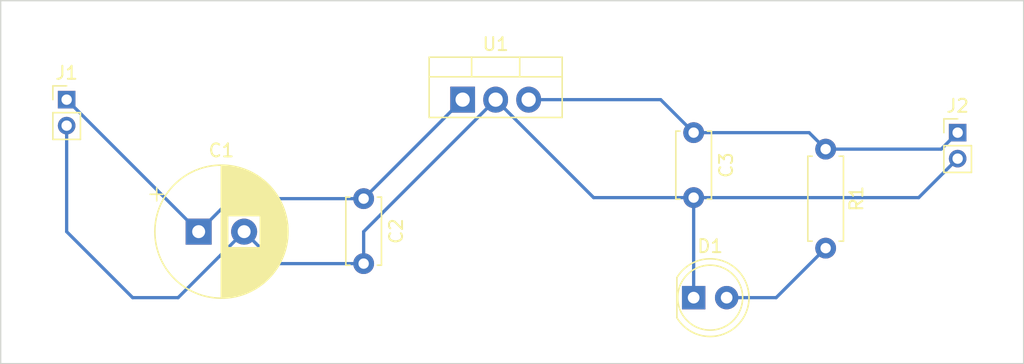
<source format=kicad_pcb>
(kicad_pcb (version 20211014) (generator pcbnew)
  (layers (0 "F.Cu" signal) (31 "B.Cu" signal) (34 "B.Paste" user) (35 "F.Paste" user) (36 "B.SilkS" user "B.Silkscreen") (37 "F.SilkS" user "F.Silkscreen") (38 "B.Mask" user) (39 "F.Mask" user) (44 "Edge.Cuts" user))
  (net 0 "")
  (net 1 "Net-(C1-Pad1)")
  (net 2 "GND")
  (net 3 "Net-(C3-Pad1)")
  (net 4 "Net-(D1-Pad2)")
  (footprint "Connector_PinHeader_2.00mm:PinHeader_1x02_P2.00mm_Vertical" (layer "F.Cu") (at 177.8 101.6)
    (fp_text reference "J2" (at 0 -2.06) (layer "F.SilkS"))
    (fp_text value "Vout")
    (fp_line (start -1.06 3.06) (end 1.06 3.06) (layer "F.SilkS") (width 0.12))
    (fp_line (start -1.06 1) (end 1.06 1) (layer "F.SilkS") (width 0.12))
    (fp_line (start -1.06 0) (end -1.06 -1.06) (layer "F.SilkS") (width 0.12))
    (fp_line (start 1.06 1) (end 1.06 3.06) (layer "F.SilkS") (width 0.12))
    (fp_line (start -1.06 1) (end -1.06 3.06) (layer "F.SilkS") (width 0.12))
    (fp_line (start -1.06 -1.06) (end 0 -1.06) (layer "F.SilkS") (width 0.12))
    (pad "1" thru_hole rect (at 0 0) (size 1.35 1.35) (drill 0.8) (layers *.Cu *.Mask) (net 3 "Net-(C3-Pad1)"))
    (pad "2" thru_hole oval (at 0 2) (size 1.35 1.35) (drill 0.8) (layers *.Cu *.Mask) (net 2 "GND"))
  )
  (footprint "Connector_PinHeader_2.00mm:PinHeader_1x02_P2.00mm_Vertical" (layer "F.Cu") (at 109.22 99.06)
    (fp_text reference "J1" (at 0 -2.06) (layer "F.SilkS"))
    (fp_text value "Vin")
    (fp_line (start -1.06 3.06) (end 1.06 3.06) (layer "F.SilkS") (width 0.12))
    (fp_line (start -1.06 0) (end -1.06 -1.06) (layer "F.SilkS") (width 0.12))
    (fp_line (start -1.06 1) (end 1.06 1) (layer "F.SilkS") (width 0.12))
    (fp_line (start 1.06 1) (end 1.06 3.06) (layer "F.SilkS") (width 0.12))
    (fp_line (start -1.06 1) (end -1.06 3.06) (layer "F.SilkS") (width 0.12))
    (fp_line (start -1.06 -1.06) (end 0 -1.06) (layer "F.SilkS") (width 0.12))
    (pad "1" thru_hole rect (at 0 0) (size 1.35 1.35) (drill 0.8) (layers *.Cu *.Mask) (net 1 "Net-(C1-Pad1)"))
    (pad "2" thru_hole oval (at 0 2) (size 1.35 1.35) (drill 0.8) (layers *.Cu *.Mask) (net 2 "GND"))
  )
  (footprint "Resistor_THT:R_Axial_DIN0207_L6.3mm_D2.5mm_P7.62mm_Horizontal" (layer "F.Cu") (at 167.64 102.87 -90)
    (fp_text reference "R1" (at 3.81 -2.37 90) (layer "F.SilkS"))
    (fp_text value "330")
    (fp_line (start 0.54 1.04) (end 0.54 1.37) (layer "F.SilkS") (width 0.12))
    (fp_line (start 0.54 -1.04) (end 0.54 -1.37) (layer "F.SilkS") (width 0.12))
    (fp_line (start 0.54 -1.37) (end 7.08 -1.37) (layer "F.SilkS") (width 0.12))
    (fp_line (start 7.08 -1.37) (end 7.08 -1.04) (layer "F.SilkS") (width 0.12))
    (fp_line (start 0.54 1.37) (end 7.08 1.37) (layer "F.SilkS") (width 0.12))
    (fp_line (start 7.08 1.37) (end 7.08 1.04) (layer "F.SilkS") (width 0.12))
    (pad "1" thru_hole circle (at 0 0 270) (size 1.6 1.6) (drill 0.8) (layers *.Cu *.Mask) (net 3 "Net-(C3-Pad1)"))
    (pad "2" thru_hole oval (at 7.62 0 270) (size 1.6 1.6) (drill 0.8) (layers *.Cu *.Mask) (net 4 "Net-(D1-Pad2)"))
  )
  (footprint "LED_THT:LED_D5.0mm_IRGrey" (layer "F.Cu") (at 157.48 114.3)
    (fp_text reference "D1" (at 1.27 -3.96) (layer "F.SilkS"))
    (fp_text value "LED")
    (fp_line (start -1.29 -1.545) (end -1.29 1.545) (layer "F.SilkS") (width 0.12))
    (fp_arc (start -1.29 -1.54483) (mid 2.072002 -2.880433) (end 4.26 0.000462) (layer "F.SilkS") (width 0.12))
    (fp_arc (start 4.26 -0.000462) (mid 2.072002 2.880433) (end -1.29 1.54483) (layer "F.SilkS") (width 0.12))
    (fp_circle (center 1.27 0) (end 3.77 0) (layer "F.SilkS") (width 0.12) (fill none))
    (pad "1" thru_hole rect (at 0 0) (size 1.8 1.8) (drill 0.9) (layers *.Cu *.Mask) (net 2 "GND"))
    (pad "2" thru_hole circle (at 2.54 0) (size 1.8 1.8) (drill 0.9) (layers *.Cu *.Mask) (net 4 "Net-(D1-Pad2)"))
  )
  (footprint "Capacitor_THT:CP_Radial_D10.0mm_P3.50mm" (layer "F.Cu") (at 119.38 109.22)
    (fp_text reference "C1" (at 1.75 -6.25) (layer "F.SilkS"))
    (fp_text value "100uF")
    (fp_line (start 2.19 -5.062) (end 2.19 5.062) (layer "F.SilkS") (width 0.12))
    (fp_line (start 2.07 -5.07) (end 2.07 5.07) (layer "F.SilkS") (width 0.12))
    (fp_line (start 5.391 -3.561) (end 5.391 3.561) (layer "F.SilkS") (width 0.12))
    (fp_line (start 2.471 1.241) (end 2.471 5.03) (layer "F.SilkS") (width 0.12))
    (fp_line (start 3.111 -4.897) (end 3.111 -1.241) (layer "F.SilkS") (width 0.12))
    (fp_line (start 4.111 -4.504) (end 4.111 -1.241) (layer "F.SilkS") (width 0.12))
    (fp_line (start 4.991 -3.925) (end 4.991 3.925) (layer "F.SilkS") (width 0.12))
    (fp_line (start 5.231 -3.716) (end 5.231 3.716) (layer "F.SilkS") (width 0.12))
    (fp_line (start 3.311 -4.837) (end 3.311 -1.241) (layer "F.SilkS") (width 0.12))
    (fp_line (start 3.231 1.241) (end 3.231 4.862) (layer "F.SilkS") (width 0.12))
    (fp_line (start 2.35 -5.045) (end 2.35 -1.241) (layer "F.SilkS") (width 0.12))
    (fp_line (start 5.751 -3.156) (end 5.751 3.156) (layer "F.SilkS") (width 0.12))
    (fp_line (start 3.471 -4.783) (end 3.471 -1.241) (layer "F.SilkS") (width 0.12))
    (fp_line (start 6.631 -1.51) (end 6.631 1.51) (layer "F.SilkS") (width 0.12))
    (fp_line (start 4.591 1.241) (end 4.591 4.221) (layer "F.SilkS") (width 0.12))
    (fp_line (start 5.671 -3.254) (end 5.671 3.254) (layer "F.SilkS") (width 0.12))
    (fp_line (start 2.23 -5.058) (end 2.23 5.058) (layer "F.SilkS") (width 0.12))
    (fp_line (start 5.951 -2.889) (end 5.951 2.889) (layer "F.SilkS") (width 0.12))
    (fp_line (start 6.311 -2.289) (end 6.311 2.289) (layer "F.SilkS") (width 0.12))
    (fp_line (start 4.671 1.241) (end 4.671 4.166) (layer "F.SilkS") (width 0.12))
    (fp_line (start 3.591 -4.738) (end 3.591 -1.241) (layer "F.SilkS") (width 0.12))
    (fp_line (start 2.35 1.241) (end 2.35 5.045) (layer "F.SilkS") (width 0.12))
    (fp_line (start 4.471 -4.298) (end 4.471 -1.241) (layer "F.SilkS") (width 0.12))
    (fp_line (start 4.271 1.241) (end 4.271 4.417) (layer "F.SilkS") (width 0.12))
    (fp_line (start 4.631 -4.194) (end 4.631 -1.241) (layer "F.SilkS") (width 0.12))
    (fp_line (start 6.391 -2.125) (end 6.391 2.125) (layer "F.SilkS") (width 0.12))
    (fp_line (start 3.951 1.241) (end 3.951 4.584) (layer "F.SilkS") (width 0.12))
    (fp_line (start 2.791 1.241) (end 2.791 4.974) (layer "F.SilkS") (width 0.12))
    (fp_line (start 3.551 -4.754) (end 3.551 -1.241) (layer "F.SilkS") (width 0.12))
    (fp_line (start 3.071 1.241) (end 3.071 4.907) (layer "F.SilkS") (width 0.12))
    (fp_line (start 3.671 1.241) (end 3.671 4.707) (layer "F.SilkS") (width 0.12))
    (fp_line (start 5.511 -3.436) (end 5.511 3.436) (layer "F.SilkS") (width 0.12))
    (fp_line (start 4.711 1.241) (end 4.711 4.138) (layer "F.SilkS") (width 0.12))
    (fp_line (start 3.751 -4.674) (end 3.751 -1.241) (layer "F.SilkS") (width 0.12))
    (fp_line (start 4.351 1.241) (end 4.351 4.371) (layer "F.SilkS") (width 0.12))
    (fp_line (start 6.111 -2.645) (end 6.111 2.645) (layer "F.SilkS") (width 0.12))
    (fp_line (start 4.791 -4.08) (end 4.791 4.08) (layer "F.SilkS") (width 0.12))
    (fp_line (start 3.031 -4.918) (end 3.031 -1.241) (layer "F.SilkS") (width 0.12))
    (fp_line (start 3.871 1.241) (end 3.871 4.621) (layer "F.SilkS") (width 0.12))
    (fp_line (start 4.191 1.241) (end 4.191 4.462) (layer "F.SilkS") (width 0.12))
    (fp_line (start 2.43 -5.035) (end 2.43 -1.241) (layer "F.SilkS") (width 0.12))
    (fp_line (start 5.911 -2.945) (end 5.911 2.945) (layer "F.SilkS") (width 0.12))
    (fp_line (start 4.151 1.241) (end 4.151 4.483) (layer "F.SilkS") (width 0.12))
    (fp_line (start 2.671 -4.997) (end 2.671 -1.241) (layer "F.SilkS") (width 0.12))
    (fp_line (start 2.03 -5.073) (end 2.03 5.073) (layer "F.SilkS") (width 0.12))
    (fp_line (start 4.071 -4.525) (end 4.071 -1.241) (layer "F.SilkS") (width 0.12))
    (fp_line (start 3.031 1.241) (end 3.031 4.918) (layer "F.SilkS") (width 0.12))
    (fp_line (start 3.391 1.241) (end 3.391 4.811) (layer "F.SilkS") (width 0.12))
    (fp_line (start 5.071 -3.858) (end 5.071 3.858) (layer "F.SilkS") (width 0.12))
    (fp_line (start 3.911 -4.603) (end 3.911 -1.241) (layer "F.SilkS") (width 0.12))
    (fp_line (start 1.91 -5.078) (end 1.91 5.078) (layer "F.SilkS") (width 0.12))
    (fp_line (start 4.591 -4.221) (end 4.591 -1.241) (layer "F.SilkS") (width 0.12))
    (fp_line (start 3.751 1.241) (end 3.751 4.674) (layer "F.SilkS") (width 0.12))
    (fp_line (start 3.711 -4.69) (end 3.711 -1.241) (layer "F.SilkS") (width 0.12))
    (fp_line (start 5.631 -3.301) (end 5.631 3.301) (layer "F.SilkS") (width 0.12))
    (fp_line (start 6.471 -1.944) (end 6.471 1.944) (layer "F.SilkS") (width 0.12))
    (fp_line (start 4.631 1.241) (end 4.631 4.194) (layer "F.SilkS") (width 0.12))
    (fp_line (start 2.711 -4.99) (end 2.711 -1.241) (layer "F.SilkS") (width 0.12))
    (fp_line (start 2.31 1.241) (end 2.31 5.05) (layer "F.SilkS") (width 0.12))
    (fp_line (start 6.271 -2.365) (end 6.271 2.365) (layer "F.SilkS") (width 0.12))
    (fp_line (start 2.991 -4.928) (end 2.991 -1.241) (layer "F.SilkS") (width 0.12))
    (fp_line (start 5.351 -3.601) (end 5.351 3.601) (layer "F.SilkS") (width 0.12))
    (fp_line (start 6.591 -1.63) (end 6.591 1.63) (layer "F.SilkS") (width 0.12))
    (fp_line (start 3.351 1.241) (end 3.351 4.824) (layer "F.SilkS") (width 0.12))
    (fp_line (start 2.511 -5.024) (end 2.511 -1.241) (layer "F.SilkS") (width 0.12))
    (fp_line (start 3.511 1.241) (end 3.511 4.768) (layer "F.SilkS") (width 0.12))
    (fp_line (start 4.191 -4.462) (end 4.191 -1.241) (layer "F.SilkS") (width 0.12))
    (fp_line (start 4.031 1.241) (end 4.031 4.545) (layer "F.SilkS") (width 0.12))
    (fp_line (start 5.551 -3.392) (end 5.551 3.392) (layer "F.SilkS") (width 0.12))
    (fp_line (start 5.111 -3.824) (end 5.111 3.824) (layer "F.SilkS") (width 0.12))
    (fp_line (start 4.311 1.241) (end 4.311 4.395) (layer "F.SilkS") (width 0.12))
    (fp_line (start 3.831 -4.639) (end 3.831 -1.241) (layer "F.SilkS") (width 0.12))
    (fp_line (start 4.911 -3.989) (end 4.911 3.989) (layer "F.SilkS") (width 0.12))
    (fp_line (start 2.671 1.241) (end 2.671 4.997) (layer "F.SilkS") (width 0.12))
    (fp_line (start 3.991 -4.564) (end 3.991 -1.241) (layer "F.SilkS") (width 0.12))
    (fp_line (start 4.831 -4.05) (end 4.831 4.05) (layer "F.SilkS") (width 0.12))
    (fp_line (start 2.39 1.241) (end 2.39 5.04) (layer "F.SilkS") (width 0.12))
    (fp_line (start 3.191 -4.874) (end 3.191 -1.241) (layer "F.SilkS") (width 0.12))
    (fp_line (start 5.991 -2.83) (end 5.991 2.83) (layer "F.SilkS") (width 0.12))
    (fp_line (start 5.591 -3.347) (end 5.591 3.347) (layer "F.SilkS") (width 0.12))
    (fp_line (start 2.27 1.241) (end 2.27 5.054) (layer "F.SilkS") (width 0.12))
    (fp_line (start 4.031 -4.545) (end 4.031 -1.241) (layer "F.SilkS") (width 0.12))
    (fp_line (start 2.43 1.241) (end 2.43 5.035) (layer "F.SilkS") (width 0.12))
    (fp_line (start 2.991 1.241) (end 2.991 4.928) (layer "F.SilkS") (width 0.12))
    (fp_line (start 6.751 -1.062) (end 6.751 1.062) (layer "F.SilkS") (width 0.12))
    (fp_line (start 6.191 -2.51) (end 6.191 2.51) (layer "F.SilkS") (width 0.12))
    (fp_line (start 2.27 -5.054) (end 2.27 -1.241) (layer "F.SilkS") (width 0.12))
    (fp_line (start 6.551 -1.742) (end 6.551 1.742) (layer "F.SilkS") (width 0.12))
    (fp_line (start 2.471 -5.03) (end 2.471 -1.241) (layer "F.SilkS") (width 0.12))
    (fp_line (start 4.311 -4.395) (end 4.311 -1.241) (layer "F.SilkS") (width 0.12))
    (fp_line (start 5.711 -3.206) (end 5.711 3.206) (layer "F.SilkS") (width 0.12))
    (fp_line (start 2.551 1.241) (end 2.551 5.018) (layer "F.SilkS") (width 0.12))
    (fp_line (start 6.671 -1.378) (end 6.671 1.378) (layer "F.SilkS") (width 0.12))
    (fp_line (start 5.191 -3.753) (end 5.191 3.753) (layer "F.SilkS") (width 0.12))
    (fp_line (start 5.791 -3.106) (end 5.791 3.106) (layer "F.SilkS") (width 0.12))
    (fp_line (start -3.229646 -3.375) (end -3.229646 -2.375) (layer "F.SilkS") (width 0.12))
    (fp_line (start 3.831 1.241) (end 3.831 4.639) (layer "F.SilkS") (width 0.12))
    (fp_line (start 2.31 -5.05) (end 2.31 -1.241) (layer "F.SilkS") (width 0.12))
    (fp_line (start 4.231 -4.44) (end 4.231 -1.241) (layer "F.SilkS") (width 0.12))
    (fp_line (start 4.871 -4.02) (end 4.871 4.02) (layer "F.SilkS") (width 0.12))
    (fp_line (start 4.551 1.241) (end 4.551 4.247) (layer "F.SilkS") (width 0.12))
    (fp_line (start 4.111 1.241) (end 4.111 4.504) (layer "F.SilkS") (width 0.12))
    (fp_line (start 6.351 -2.209) (end 6.351 2.209) (layer "F.SilkS") (width 0.12))
    (fp_line (start 3.871 -4.621) (end 3.871 -1.241) (layer "F.SilkS") (width 0.12))
    (fp_line (start 4.231 1.241) (end 4.231 4.44) (layer "F.SilkS") (width 0.12))
    (fp_line (start 2.11 -5.068) (end 2.11 5.068) (layer "F.SilkS") (width 0.12))
    (fp_line (start 5.831 -3.054) (end 5.831 3.054) (layer "F.SilkS") (width 0.12))
    (fp_line (start 3.711 1.241) (end 3.711 4.69) (layer "F.SilkS") (width 0.12))
    (fp_line (start 2.591 1.241) (end 2.591 5.011) (layer "F.SilkS") (width 0.12))
    (fp_line (start 3.631 -4.723) (end 3.631 -1.241) (layer "F.SilkS") (width 0.12))
    (fp_line (start 1.79 -5.08) (end 1.79 5.08) (layer "F.SilkS") (width 0.12))
    (fp_line (start 3.431 1.241) (end 3.431 4.797) (layer "F.SilkS") (width 0.12))
    (fp_line (start 2.871 -4.956) (end 2.871 -1.241) (layer "F.SilkS") (width 0.12))
    (fp_line (start 4.711 -4.138) (end 4.711 -1.241) (layer "F.SilkS") (width 0.12))
    (fp_line (start 1.75 -5.08) (end 1.75 5.08) (layer "F.SilkS") (width 0.12))
    (fp_line (start 2.911 1.241) (end 2.911 4.947) (layer "F.SilkS") (width 0.12))
    (fp_line (start 3.231 -4.862) (end 3.231 -1.241) (layer "F.SilkS") (width 0.12))
    (fp_line (start 3.791 -4.657) (end 3.791 -1.241) (layer "F.SilkS") (width 0.12))
    (fp_line (start 4.391 1.241) (end 4.391 4.347) (layer "F.SilkS") (width 0.12))
    (fp_line (start 3.911 1.241) (end 3.911 4.603) (layer "F.SilkS") (width 0.12))
    (fp_line (start 2.751 1.241) (end 2.751 4.982) (layer "F.SilkS") (width 0.12))
    (fp_line (start 3.591 1.241) (end 3.591 4.738) (layer "F.SilkS") (width 0.12))
    (fp_line (start 4.071 1.241) (end 4.071 4.525) (layer "F.SilkS") (width 0.12))
    (fp_line (start 4.271 -4.417) (end 4.271 -1.241) (layer "F.SilkS") (width 0.12))
    (fp_line (start 2.951 -4.938) (end 2.951 -1.241) (layer "F.SilkS") (width 0.12))
    (fp_line (start 3.151 1.241) (end 3.151 4.885) (layer "F.SilkS") (width 0.12))
    (fp_line (start 1.95 -5.077) (end 1.95 5.077) (layer "F.SilkS") (width 0.12))
    (fp_line (start 3.471 1.241) (end 3.471 4.783) (layer "F.SilkS") (width 0.12))
    (fp_line (start 5.431 -3.52) (end 5.431 3.52) (layer "F.SilkS") (width 0.12))
    (fp_line (start 3.071 -4.907) (end 3.071 -1.241) (layer "F.SilkS") (width 0.12))
    (fp_line (start 6.791 -0.862) (end 6.791 0.862) (layer "F.SilkS") (width 0.12))
    (fp_line (start 3.311 1.241) (end 3.311 4.837) (layer "F.SilkS") (width 0.12))
    (fp_line (start 5.471 -3.478) (end 5.471 3.478) (layer "F.SilkS") (width 0.12))
    (fp_line (start 4.351 -4.371) (end 4.351 -1.241) (layer "F.SilkS") (width 0.12))
    (fp_line (start 6.151 -2.579) (end 6.151 2.579) (layer "F.SilkS") (width 0.12))
    (fp_line (start 4.511 -4.273) (end 4.511 -1.241) (layer "F.SilkS") (width 0.12))
    (fp_line (start 5.271 -3.679) (end 5.271 3.679) (layer "F.SilkS") (width 0.12))
    (fp_line (start -3.729646 -2.875) (end -2.729646 -2.875) (layer "F.SilkS") (width 0.12))
    (fp_line (start 4.471 1.241) (end 4.471 4.298) (layer "F.SilkS") (width 0.12))
    (fp_line (start 4.951 -3.957) (end 4.951 3.957) (layer "F.SilkS") (width 0.12))
    (fp_line (start 5.871 -3) (end 5.871 3) (layer "F.SilkS") (width 0.12))
    (fp_line (start 2.951 1.241) (end 2.951 4.938) (layer "F.SilkS") (width 0.12))
    (fp_line (start 3.631 1.241) (end 3.631 4.723) (layer "F.SilkS") (width 0.12))
    (fp_line (start 4.431 1.241) (end 4.431 4.323) (layer "F.SilkS") (width 0.12))
    (fp_line (start 2.39 -5.04) (end 2.39 -1.241) (layer "F.SilkS") (width 0.12))
    (fp_line (start 2.791 -4.974) (end 2.791 -1.241) (layer "F.SilkS") (width 0.12))
    (fp_line (start 3.951 -4.584) (end 3.951 -1.241) (layer "F.SilkS") (width 0.12))
    (fp_line (start 3.111 1.241) (end 3.111 4.897) (layer "F.SilkS") (width 0.12))
    (fp_line (start 2.871 1.241) (end 2.871 4.956) (layer "F.SilkS") (width 0.12))
    (fp_line (start 2.511 1.241) (end 2.511 5.024) (layer "F.SilkS") (width 0.12))
    (fp_line (start 4.391 -4.347) (end 4.391 -1.241) (layer "F.SilkS") (width 0.12))
    (fp_line (start 3.351 -4.824) (end 3.351 -1.241) (layer "F.SilkS") (width 0.12))
    (fp_line (start 4.151 -4.483) (end 4.151 -1.241) (layer "F.SilkS") (width 0.12))
    (fp_line (start 3.991 1.241) (end 3.991 4.564) (layer "F.SilkS") (width 0.12))
    (fp_line (start 3.511 -4.768) (end 3.511 -1.241) (layer "F.SilkS") (width 0.12))
    (fp_line (start 2.15 -5.065) (end 2.15 5.065) (layer "F.SilkS") (width 0.12))
    (fp_line (start 2.911 -4.947) (end 2.911 -1.241) (layer "F.SilkS") (width 0.12))
    (fp_line (start 2.631 -5.004) (end 2.631 -1.241) (layer "F.SilkS") (width 0.12))
    (fp_line (start 6.031 -2.77) (end 6.031 2.77) (layer "F.SilkS") (width 0.12))
    (fp_line (start 3.271 -4.85) (end 3.271 -1.241) (layer "F.SilkS") (width 0.12))
    (fp_line (start 3.551 1.241) (end 3.551 4.754) (layer "F.SilkS") (width 0.12))
    (fp_line (start 3.431 -4.797) (end 3.431 -1.241) (layer "F.SilkS") (width 0.12))
    (fp_line (start 5.311 -3.64) (end 5.311 3.64) (layer "F.SilkS") (width 0.12))
    (fp_line (start 4.671 -4.166) (end 4.671 -1.241) (layer "F.SilkS") (width 0.12))
    (fp_line (start 6.231 -2.439) (end 6.231 2.439) (layer "F.SilkS") (width 0.12))
    (fp_line (start 1.87 -5.079) (end 1.87 5.079) (layer "F.SilkS") (width 0.12))
    (fp_line (start 2.591 -5.011) (end 2.591 -1.241) (layer "F.SilkS") (width 0.12))
    (fp_line (start 4.751 -4.11) (end 4.751 4.11) (layer "F.SilkS") (width 0.12))
    (fp_line (start 6.511 -1.846) (end 6.511 1.846) (layer "F.SilkS") (width 0.12))
    (fp_line (start 1.83 -5.08) (end 1.83 5.08) (layer "F.SilkS") (width 0.12))
    (fp_line (start 3.151 -4.885) (end 3.151 -1.241) (layer "F.SilkS") (width 0.12))
    (fp_line (start 4.511 1.241) (end 4.511 4.273) (layer "F.SilkS") (width 0.12))
    (fp_line (start 2.631 1.241) (end 2.631 5.004) (layer "F.SilkS") (width 0.12))
    (fp_line (start 2.831 -4.965) (end 2.831 -1.241) (layer "F.SilkS") (width 0.12))
    (fp_line (start 3.191 1.241) (end 3.191 4.874) (layer "F.SilkS") (width 0.12))
    (fp_line (start 4.431 -4.323) (end 4.431 -1.241) (layer "F.SilkS") (width 0.12))
    (fp_line (start 3.391 -4.811) (end 3.391 -1.241) (layer "F.SilkS") (width 0.12))
    (fp_line (start 3.791 1.241) (end 3.791 4.657) (layer "F.SilkS") (width 0.12))
    (fp_line (start 2.831 1.241) (end 2.831 4.965) (layer "F.SilkS") (width 0.12))
    (fp_line (start 5.031 -3.892) (end 5.031 3.892) (layer "F.SilkS") (width 0.12))
    (fp_line (start 6.431 -2.037) (end 6.431 2.037) (layer "F.SilkS") (width 0.12))
    (fp_line (start 2.711 1.241) (end 2.711 4.99) (layer "F.SilkS") (width 0.12))
    (fp_line (start 1.99 -5.075) (end 1.99 5.075) (layer "F.SilkS") (width 0.12))
    (fp_line (start 6.071 -2.709) (end 6.071 2.709) (layer "F.SilkS") (width 0.12))
    (fp_line (start 2.751 -4.982) (end 2.751 -1.241) (layer "F.SilkS") (width 0.12))
    (fp_line (start 5.151 -3.789) (end 5.151 3.789) (layer "F.SilkS") (width 0.12))
    (fp_line (start 6.711 -1.23) (end 6.711 1.23) (layer "F.SilkS") (width 0.12))
    (fp_line (start 3.271 1.241) (end 3.271 4.85) (layer "F.SilkS") (width 0.12))
    (fp_line (start 6.831 -0.599) (end 6.831 0.599) (layer "F.SilkS") (width 0.12))
    (fp_line (start 4.551 -4.247) (end 4.551 -1.241) (layer "F.SilkS") (width 0.12))
    (fp_line (start 2.551 -5.018) (end 2.551 -1.241) (layer "F.SilkS") (width 0.12))
    (fp_line (start 3.671 -4.707) (end 3.671 -1.241) (layer "F.SilkS") (width 0.12))
    (fp_circle (center 1.75 0) (end 6.87 0) (layer "F.SilkS") (width 0.12) (fill none))
    (pad "1" thru_hole rect (at 0 0) (size 2 2) (drill 1) (layers *.Cu *.Mask) (net 1 "Net-(C1-Pad1)"))
    (pad "2" thru_hole circle (at 3.5 0) (size 2 2) (drill 1) (layers *.Cu *.Mask) (net 2 "GND"))
  )
  (footprint "Package_TO_SOT_THT:TO-220-3_Vertical" (layer "F.Cu") (at 139.7 99.06)
    (fp_text reference "U1" (at 2.54 -4.27) (layer "F.SilkS"))
    (fp_text value "LM7805_TO220")
    (fp_line (start 0.69 -3.27) (end 0.69 -1.76) (layer "F.SilkS") (width 0.12))
    (fp_line (start 7.66 -3.27) (end 7.66 1.371) (layer "F.SilkS") (width 0.12))
    (fp_line (start -2.58 -3.27) (end 7.66 -3.27) (layer "F.SilkS") (width 0.12))
    (fp_line (start -2.58 1.371) (end 7.66 1.371) (layer "F.SilkS") (width 0.12))
    (fp_line (start -2.58 -3.27) (end -2.58 1.371) (layer "F.SilkS") (width 0.12))
    (fp_line (start -2.58 -1.76) (end 7.66 -1.76) (layer "F.SilkS") (width 0.12))
    (fp_line (start 4.391 -3.27) (end 4.391 -1.76) (layer "F.SilkS") (width 0.12))
    (pad "1" thru_hole rect (at 0 0) (size 1.905 2) (drill 1.1) (layers *.Cu *.Mask) (net 1 "Net-(C1-Pad1)"))
    (pad "2" thru_hole oval (at 2.54 0) (size 1.905 2) (drill 1.1) (layers *.Cu *.Mask) (net 2 "GND"))
    (pad "3" thru_hole oval (at 5.08 0) (size 1.905 2) (drill 1.1) (layers *.Cu *.Mask) (net 3 "Net-(C3-Pad1)"))
  )
  (footprint "Capacitor_THT:C_Disc_D5.0mm_W2.5mm_P5.00mm" (layer "F.Cu") (at 157.48 101.6 -90)
    (fp_text reference "C3" (at 2.5 -2.5 90) (layer "F.SilkS"))
    (fp_text value "100uF")
    (fp_line (start 5.12 -1.37) (end 5.12 -1.055) (layer "F.SilkS") (width 0.12))
    (fp_line (start -0.12 1.055) (end -0.12 1.37) (layer "F.SilkS") (width 0.12))
    (fp_line (start 5.12 1.055) (end 5.12 1.37) (layer "F.SilkS") (width 0.12))
    (fp_line (start -0.12 -1.37) (end -0.12 -1.055) (layer "F.SilkS") (width 0.12))
    (fp_line (start -0.12 -1.37) (end 5.12 -1.37) (layer "F.SilkS") (width 0.12))
    (fp_line (start -0.12 1.37) (end 5.12 1.37) (layer "F.SilkS") (width 0.12))
    (pad "1" thru_hole circle (at 0 0 270) (size 1.6 1.6) (drill 0.8) (layers *.Cu *.Mask) (net 3 "Net-(C3-Pad1)"))
    (pad "2" thru_hole circle (at 5 0 270) (size 1.6 1.6) (drill 0.8) (layers *.Cu *.Mask) (net 2 "GND"))
  )
  (footprint "Capacitor_THT:C_Disc_D5.0mm_W2.5mm_P5.00mm" (layer "F.Cu") (at 132.08 106.68 -90)
    (fp_text reference "C2" (at 2.5 -2.5 90) (layer "F.SilkS"))
    (fp_text value "100uF")
    (fp_line (start -0.12 -1.37) (end -0.12 -1.055) (layer "F.SilkS") (width 0.12))
    (fp_line (start -0.12 1.37) (end 5.12 1.37) (layer "F.SilkS") (width 0.12))
    (fp_line (start 5.12 1.055) (end 5.12 1.37) (layer "F.SilkS") (width 0.12))
    (fp_line (start -0.12 1.055) (end -0.12 1.37) (layer "F.SilkS") (width 0.12))
    (fp_line (start -0.12 -1.37) (end 5.12 -1.37) (layer "F.SilkS") (width 0.12))
    (fp_line (start 5.12 -1.37) (end 5.12 -1.055) (layer "F.SilkS") (width 0.12))
    (pad "1" thru_hole circle (at 0 0 270) (size 1.6 1.6) (drill 0.8) (layers *.Cu *.Mask) (net 1 "Net-(C1-Pad1)"))
    (pad "2" thru_hole circle (at 5 0 270) (size 1.6 1.6) (drill 0.8) (layers *.Cu *.Mask) (net 2 "GND"))
  )
  (gr_rect (start 182.88 119.38) (end 104.14 91.44) (layer "Edge.Cuts") (width 0.1) (fill none))
  (segment (start 121.92 106.68) (end 132.08 106.68) (width 0.25) (layer "B.Cu") (net 1))
  (segment (start 132.08 106.68) (end 139.7 99.06) (width 0.25) (layer "B.Cu") (net 1))
  (segment (start 109.22 99.06) (end 119.38 109.22) (width 0.25) (layer "B.Cu") (net 1))
  (segment (start 119.38 109.22) (end 121.92 106.68) (width 0.25) (layer "B.Cu") (net 1))
  (segment (start 125.34 111.68) (end 132.08 111.68) (width 0.25) (layer "B.Cu") (net 2))
  (segment (start 157.48 106.6) (end 174.8 106.6) (width 0.25) (layer "B.Cu") (net 2))
  (segment (start 109.22 109.22) (end 114.3 114.3) (width 0.25) (layer "B.Cu") (net 2))
  (segment (start 132.08 111.68) (end 132.08 109.22) (width 0.25) (layer "B.Cu") (net 2))
  (segment (start 157.48 106.6) (end 157.48 114.3) (width 0.25) (layer "B.Cu") (net 2))
  (segment (start 109.22 101.06) (end 109.22 109.22) (width 0.25) (layer "B.Cu") (net 2))
  (segment (start 142.24 99.06) (end 149.78 106.6) (width 0.25) (layer "B.Cu") (net 2))
  (segment (start 122.88 109.22) (end 125.34 111.68) (width 0.25) (layer "B.Cu") (net 2))
  (segment (start 114.3 114.3) (end 117.8 114.3) (width 0.25) (layer "B.Cu") (net 2))
  (segment (start 149.78 106.6) (end 157.48 106.6) (width 0.25) (layer "B.Cu") (net 2))
  (segment (start 117.8 114.3) (end 122.88 109.22) (width 0.25) (layer "B.Cu") (net 2))
  (segment (start 174.8 106.6) (end 177.8 103.6) (width 0.25) (layer "B.Cu") (net 2))
  (segment (start 132.08 109.22) (end 142.24 99.06) (width 0.25) (layer "B.Cu") (net 2))
  (segment (start 167.64 102.87) (end 176.53 102.87) (width 0.25) (layer "B.Cu") (net 3))
  (segment (start 166.37 101.6) (end 167.64 102.87) (width 0.25) (layer "B.Cu") (net 3))
  (segment (start 154.94 99.06) (end 157.48 101.6) (width 0.25) (layer "B.Cu") (net 3))
  (segment (start 144.78 99.06) (end 154.94 99.06) (width 0.25) (layer "B.Cu") (net 3))
  (segment (start 157.48 101.6) (end 166.37 101.6) (width 0.25) (layer "B.Cu") (net 3))
  (segment (start 176.53 102.87) (end 177.8 101.6) (width 0.25) (layer "B.Cu") (net 3))
  (segment (start 160.02 114.3) (end 163.83 114.3) (width 0.25) (layer "B.Cu") (net 4))
  (segment (start 163.83 114.3) (end 167.64 110.49) (width 0.25) (layer "B.Cu") (net 4))
)
</source>
